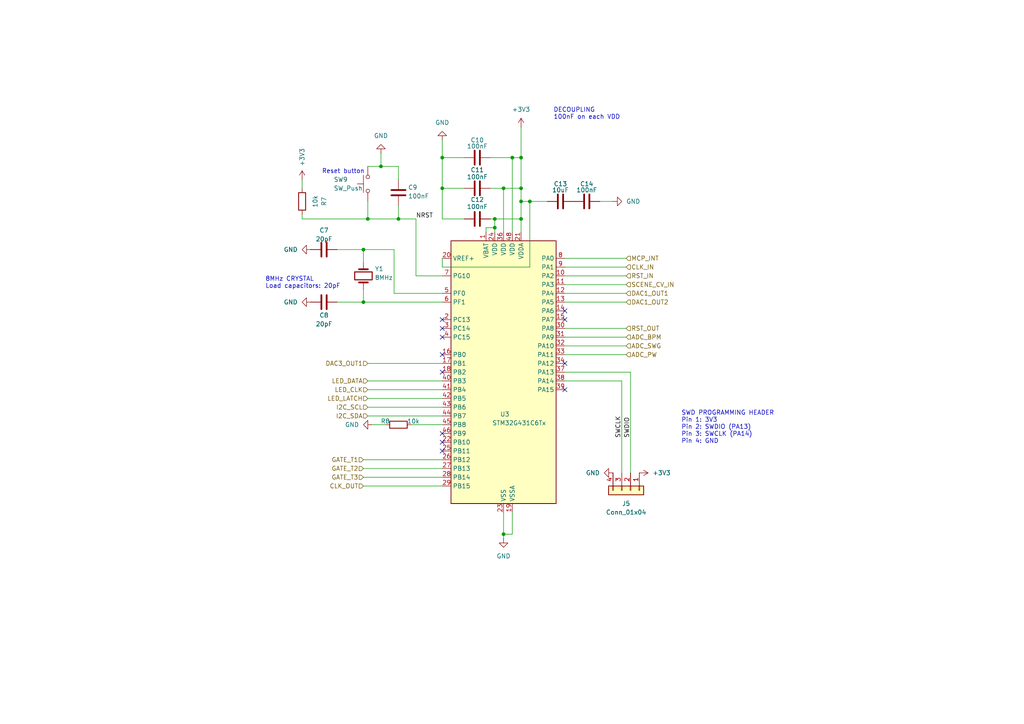
<source format=kicad_sch>
(kicad_sch (version 20250114) (generator "eeschema") (generator_version "9.0")
  (paper "A4")
  (title_block (title "SENGBARD - MCU") (date "2025-01-26") (rev "0.1") (comment 1 "STM32F103C8T6 Microcontroller") (comment 2 "Crystal, Reset, Programming Header"))
  (lib_symbols
    (symbol "+3V3_1" (power) (pin_numbers (hide yes)) (pin_names (offset 0) (hide yes))
      (property "Value" "+3V3" (at 0 3.556 0))
      (symbol "+3V3_1_0_1"
        (polyline (pts (xy -0.762 1.27) (xy 0 2.54)))
        (polyline (pts (xy 0 2.54) (xy 0.762 1.27)))
        (polyline (pts (xy 0 0) (xy 0 2.54)))
      )
      (symbol "+3V3_1_1_1"
        (pin power_in line (at 0 0 90) (length 0) (name "~") (number "1"))
      )
    )
    (symbol "C_1" (pin_numbers (hide yes)) (pin_names (offset 0.254))
      (property "Reference" "C" (at 0.635 2.54 0))
      (property "Value" "C" (at 0.635 -2.54 0))
      (symbol "C_1_0_1"
        (polyline (pts (xy -2.032 0.762) (xy 2.032 0.762)) (stroke (width 0.508)))
        (polyline (pts (xy -2.032 -0.762) (xy 2.032 -0.762)) (stroke (width 0.508)))
      )
      (symbol "C_1_1_1"
        (pin passive line (at 0 3.81 270) (length 2.794) (name "~") (number "1"))
        (pin passive line (at 0 -3.81 90) (length 2.794) (name "~") (number "2"))
      )
    )
    (symbol "C_2" (pin_numbers (hide yes)) (pin_names (offset 0.254))
      (property "Reference" "C" (at 0.635 2.54 0))
      (property "Value" "C" (at 0.635 -2.54 0))
      (symbol "C_2_0_1"
        (polyline (pts (xy -2.032 0.762) (xy 2.032 0.762)) (stroke (width 0.508)))
        (polyline (pts (xy -2.032 -0.762) (xy 2.032 -0.762)) (stroke (width 0.508)))
      )
      (symbol "C_2_1_1"
        (pin passive line (at 0 3.81 270) (length 2.794) (name "~") (number "1"))
        (pin passive line (at 0 -3.81 90) (length 2.794) (name "~") (number "2"))
      )
    )
    (symbol "C_3" (pin_numbers (hide yes)) (pin_names (offset 0.254))
      (property "Reference" "C" (at 0.635 2.54 0))
      (property "Value" "C" (at 0.635 -2.54 0))
      (symbol "C_3_0_1"
        (polyline (pts (xy -2.032 0.762) (xy 2.032 0.762)) (stroke (width 0.508)))
        (polyline (pts (xy -2.032 -0.762) (xy 2.032 -0.762)) (stroke (width 0.508)))
      )
      (symbol "C_3_1_1"
        (pin passive line (at 0 3.81 270) (length 2.794) (name "~") (number "1"))
        (pin passive line (at 0 -3.81 90) (length 2.794) (name "~") (number "2"))
      )
    )
    (symbol "Connector_Generic:Conn_01x04" (pin_names (offset 1.016) (hide yes))
      (property "Reference" "J" (at 0 5.08 0))
      (property "Value" "Conn_01x04" (at 0 -7.62 0))
      (symbol "Conn_01x04_1_1"
        (rectangle (start -1.27 3.81) (end 1.27 -6.35) (stroke (width 0.254)) (fill (type background)))
        (rectangle (start -1.27 2.667) (end 0 2.413) (stroke (width 0.1524)))
        (rectangle (start -1.27 0.127) (end 0 -0.127) (stroke (width 0.1524)))
        (rectangle (start -1.27 -2.413) (end 0 -2.667) (stroke (width 0.1524)))
        (rectangle (start -1.27 -4.953) (end 0 -5.207) (stroke (width 0.1524)))
        (pin passive line (at -5.08 2.54 0) (length 3.81) (name "Pin_1") (number "1"))
        (pin passive line (at -5.08 0 0) (length 3.81) (name "Pin_2") (number "2"))
        (pin passive line (at -5.08 -2.54 0) (length 3.81) (name "Pin_3") (number "3"))
        (pin passive line (at -5.08 -5.08 0) (length 3.81) (name "Pin_4") (number "4"))
      )
    )
    (symbol "Crystal_1" (pin_numbers (hide yes)) (pin_names (offset 1.016) (hide yes))
      (property "Reference" "Y" (at 0 3.81 0))
      (property "Value" "Crystal" (at 0 -3.81 0))
      (symbol "Crystal_1_0_1"
        (polyline (pts (xy -2.54 0) (xy -1.905 0)))
        (polyline (pts (xy -1.905 -1.27) (xy -1.905 1.27)) (stroke (width 0.508)))
        (rectangle (start -1.143 2.54) (end 1.143 -2.54) (stroke (width 0.3048)))
        (polyline (pts (xy 1.905 -1.27) (xy 1.905 1.27)) (stroke (width 0.508)))
        (polyline (pts (xy 2.54 0) (xy 1.905 0)))
      )
      (symbol "Crystal_1_1_1"
        (pin passive line (at -3.81 0 0) (length 1.27) (name "1") (number "1"))
        (pin passive line (at 3.81 0 180) (length 1.27) (name "2") (number "2"))
      )
    )
    (symbol "Device:R" (pin_numbers (hide yes)) (pin_names (offset 0))
      (property "Reference" "R" (at 2.032 0 90))
      (property "Value" "R" (at 0 0 90))
      (symbol "R_0_1"
        (rectangle (start -1.016 -2.54) (end 1.016 2.54) (stroke (width 0.254)))
      )
      (symbol "R_1_1"
        (pin passive line (at 0 3.81 270) (length 1.27) (name "~") (number "1"))
        (pin passive line (at 0 -3.81 90) (length 1.27) (name "~") (number "2"))
      )
    )
    (symbol "GND_1" (power) (pin_numbers (hide yes)) (pin_names (offset 0) (hide yes))
      (property "Value" "GND" (at 0 -3.81 0))
      (symbol "GND_1_0_1"
        (polyline (pts (xy 0 0) (xy 0 -1.27) (xy 1.27 -1.27) (xy 0 -2.54) (xy -1.27 -1.27) (xy 0 -1.27)))
      )
      (symbol "GND_1_1_1"
        (pin power_in line (at 0 0 270) (length 0) (name "~") (number "1"))
      )
    )
    (symbol "GND_2" (power) (pin_numbers (hide yes)) (pin_names (offset 0) (hide yes))
      (property "Value" "GND" (at 0 -3.81 0))
      (symbol "GND_2_0_1"
        (polyline (pts (xy 0 0) (xy 0 -1.27) (xy 1.27 -1.27) (xy 0 -2.54) (xy -1.27 -1.27) (xy 0 -1.27)))
      )
      (symbol "GND_2_1_1"
        (pin power_in line (at 0 0 270) (length 0) (name "~") (number "1"))
      )
    )
    (symbol "GND_3" (power) (pin_numbers (hide yes)) (pin_names (offset 0) (hide yes))
      (property "Value" "GND" (at 0 -3.81 0))
      (symbol "GND_3_0_1"
        (polyline (pts (xy 0 0) (xy 0 -1.27) (xy 1.27 -1.27) (xy 0 -2.54) (xy -1.27 -1.27) (xy 0 -1.27)))
      )
      (symbol "GND_3_1_1"
        (pin power_in line (at 0 0 270) (length 0) (name "~") (number "1"))
      )
    )
    (symbol "GND_4" (power) (pin_numbers (hide yes)) (pin_names (offset 0) (hide yes))
      (property "Value" "GND" (at 0 -3.81 0))
      (symbol "GND_4_0_1"
        (polyline (pts (xy 0 0) (xy 0 -1.27) (xy 1.27 -1.27) (xy 0 -2.54) (xy -1.27 -1.27) (xy 0 -1.27)))
      )
      (symbol "GND_4_1_1"
        (pin power_in line (at 0 0 270) (length 0) (name "~") (number "1"))
      )
    )
    (symbol "GND_6" (power) (pin_numbers (hide yes)) (pin_names (offset 0) (hide yes))
      (property "Value" "GND" (at 0 -3.81 0))
      (symbol "GND_6_0_1"
        (polyline (pts (xy 0 0) (xy 0 -1.27) (xy 1.27 -1.27) (xy 0 -2.54) (xy -1.27 -1.27) (xy 0 -1.27)))
      )
      (symbol "GND_6_1_1"
        (pin power_in line (at 0 0 270) (length 0) (name "~") (number "1"))
      )
    )
    (symbol "MCU_ST_STM32G4:STM32G431C6Tx"
      (property "Reference" "U" (at -15.24 39.37 0))
      (property "Value" "STM32G431C6Tx" (at 7.62 39.37 0))
      (symbol "STM32G431C6Tx_0_1"
        (rectangle (start -15.24 -38.1) (end 15.24 38.1) (stroke (width 0.254)) (fill (type background)))
      )
      (symbol "STM32G431C6Tx_1_1"
        (pin input line (at -17.78 33.02 0) (length 2.54) (name "VREF+") (number "20"))
        (pin bidirectional line (at -17.78 27.94 0) (length 2.54) (name "PG10") (number "7"))
        (pin bidirectional line (at -17.78 22.86 0) (length 2.54) (name "PF0") (number "5"))
        (pin bidirectional line (at -17.78 20.32 0) (length 2.54) (name "PF1") (number "6"))
        (pin bidirectional line (at -17.78 15.24 0) (length 2.54) (name "PC13") (number "2"))
        (pin bidirectional line (at -17.78 12.7 0) (length 2.54) (name "PC14") (number "3"))
        (pin bidirectional line (at -17.78 10.16 0) (length 2.54) (name "PC15") (number "4"))
        (pin bidirectional line (at -17.78 5.08 0) (length 2.54) (name "PB0") (number "16"))
        (pin bidirectional line (at -17.78 2.54 0) (length 2.54) (name "PB1") (number "17"))
        (pin bidirectional line (at -17.78 0 0) (length 2.54) (name "PB2") (number "18"))
        (pin bidirectional line (at -17.78 -2.54 0) (length 2.54) (name "PB3") (number "40"))
        (pin bidirectional line (at -17.78 -5.08 0) (length 2.54) (name "PB4") (number "41"))
        (pin bidirectional line (at -17.78 -7.62 0) (length 2.54) (name "PB5") (number "42"))
        (pin bidirectional line (at -17.78 -10.16 0) (length 2.54) (name "PB6") (number "43"))
        (pin bidirectional line (at -17.78 -12.7 0) (length 2.54) (name "PB7") (number "44"))
        (pin bidirectional line (at -17.78 -15.24 0) (length 2.54) (name "PB8") (number "45"))
        (pin bidirectional line (at -17.78 -17.78 0) (length 2.54) (name "PB9") (number "46"))
        (pin bidirectional line (at -17.78 -20.32 0) (length 2.54) (name "PB10") (number "22"))
        (pin bidirectional line (at -17.78 -22.86 0) (length 2.54) (name "PB11") (number "25"))
        (pin bidirectional line (at -17.78 -25.4 0) (length 2.54) (name "PB12") (number "26"))
        (pin bidirectional line (at -17.78 -27.94 0) (length 2.54) (name "PB13") (number "27"))
        (pin bidirectional line (at -17.78 -30.48 0) (length 2.54) (name "PB14") (number "28"))
        (pin bidirectional line (at -17.78 -33.02 0) (length 2.54) (name "PB15") (number "29"))
        (pin power_in line (at -5.08 40.64 270) (length 2.54) (name "VBAT") (number "1"))
        (pin power_in line (at -2.54 40.64 270) (length 2.54) (name "VDD") (number "24"))
        (pin power_in line (at 0 40.64 270) (length 2.54) (name "VDD") (number "36"))
        (pin power_in line (at 0 -40.64 90) (length 2.54) (name "VSS") (number "23"))
        (pin passive line (at 0 -40.64 90) (length 2.54) (hide yes) (name "VSS") (number "35"))
        (pin passive line (at 0 -40.64 90) (length 2.54) (hide yes) (name "VSS") (number "47"))
        (pin power_in line (at 2.54 40.64 270) (length 2.54) (name "VDD") (number "48"))
        (pin power_in line (at 2.54 -40.64 90) (length 2.54) (name "VSSA") (number "19"))
        (pin power_in line (at 5.08 40.64 270) (length 2.54) (name "VDDA") (number "21"))
        (pin bidirectional line (at 17.78 33.02 180) (length 2.54) (name "PA0") (number "8"))
        (pin bidirectional line (at 17.78 30.48 180) (length 2.54) (name "PA1") (number "9"))
        (pin bidirectional line (at 17.78 27.94 180) (length 2.54) (name "PA2") (number "10"))
        (pin bidirectional line (at 17.78 25.4 180) (length 2.54) (name "PA3") (number "11"))
        (pin bidirectional line (at 17.78 22.86 180) (length 2.54) (name "PA4") (number "12"))
        (pin bidirectional line (at 17.78 20.32 180) (length 2.54) (name "PA5") (number "13"))
        (pin bidirectional line (at 17.78 17.78 180) (length 2.54) (name "PA6") (number "14"))
        (pin bidirectional line (at 17.78 15.24 180) (length 2.54) (name "PA7") (number "15"))
        (pin bidirectional line (at 17.78 12.7 180) (length 2.54) (name "PA8") (number "30"))
        (pin bidirectional line (at 17.78 10.16 180) (length 2.54) (name "PA9") (number "31"))
        (pin bidirectional line (at 17.78 7.62 180) (length 2.54) (name "PA10") (number "32"))
        (pin bidirectional line (at 17.78 5.08 180) (length 2.54) (name "PA11") (number "33"))
        (pin bidirectional line (at 17.78 2.54 180) (length 2.54) (name "PA12") (number "34"))
        (pin bidirectional line (at 17.78 0 180) (length 2.54) (name "PA13") (number "37"))
        (pin bidirectional line (at 17.78 -2.54 180) (length 2.54) (name "PA14") (number "38"))
        (pin bidirectional line (at 17.78 -5.08 180) (length 2.54) (name "PA15") (number "39"))
      )
    )
    (symbol "Switch:SW_Push" (pin_numbers (hide yes)) (pin_names (offset 1.016) (hide yes))
      (property "Reference" "SW" (at 1.27 2.54 0))
      (property "Value" "SW_Push" (at 0 -1.524 0))
      (symbol "SW_Push_0_1"
        (circle (center -2.032 0) (radius 0.508))
        (polyline (pts (xy 0 1.27) (xy 0 3.048)))
        (circle (center 2.032 0) (radius 0.508))
        (polyline (pts (xy 2.54 1.27) (xy -2.54 1.27)))
        (pin passive line (at -5.08 0 0) (length 2.54) (name "1") (number "1"))
        (pin passive line (at 5.08 0 180) (length 2.54) (name "2") (number "2"))
      )
    )
    (symbol "power:+3V3" (power) (pin_numbers (hide yes)) (pin_names (offset 0) (hide yes))
      (property "Value" "+3V3" (at 0 3.556 0))
      (symbol "+3V3_0_1"
        (polyline (pts (xy -0.762 1.27) (xy 0 2.54)))
        (polyline (pts (xy 0 2.54) (xy 0.762 1.27)))
        (polyline (pts (xy 0 0) (xy 0 2.54)))
      )
      (symbol "+3V3_1_1"
        (pin power_in line (at 0 0 90) (length 0) (name "~") (number "1"))
      )
    )
    (symbol "power:GND" (power) (pin_numbers (hide yes)) (pin_names (offset 0) (hide yes))
      (property "Value" "GND" (at 0 -3.81 0))
      (symbol "GND_0_1"
        (polyline (pts (xy 0 0) (xy 0 -1.27) (xy 1.27 -1.27) (xy 0 -2.54) (xy -1.27 -1.27) (xy 0 -1.27)))
      )
      (symbol "GND_1_1"
        (pin power_in line (at 0 0 270) (length 0) (name "~") (number "1"))
      )
    )
  )
  (text "Reset button" (at 99.568 49.784 0) (effects (font (size 1.27 1.27))))
  (text "SWD PROGRAMMING HEADER\nPin 1: 3V3\nPin 2: SWDIO (PA13)\nPin 3: SWCLK (PA14)\nPin 4: GND" (at 197.612 123.952 0) (effects (font (size 1.27 1.27)) (justify left)))
  (text "DECOUPLING\n100nF on each VDD" (at 160.528 33.02 0) (effects (font (size 1.27 1.27)) (justify left)))
  (text "8MHz CRYSTAL\nLoad capacitors: 20pF" (at 76.962 82.042 0) (effects (font (size 1.27 1.27)) (justify left)))
  (junction (at 128.27 45.72))
  (junction (at 128.27 54.61))
  (junction (at 151.13 54.61))
  (junction (at 115.57 63.5))
  (junction (at 110.49 48.26))
  (junction (at 151.13 58.42))
  (junction (at 106.68 63.5))
  (junction (at 148.59 45.72))
  (junction (at 105.41 72.39))
  (junction (at 105.41 87.63))
  (junction (at 146.05 54.61))
  (junction (at 151.13 63.5))
  (junction (at 143.51 66.04))
  (junction (at 151.13 45.72))
  (junction (at 143.51 63.5))
  (junction (at 146.05 154.94))
  (junction (at 153.67 58.42))
  (no_connect (at 128.27 95.25))
  (no_connect (at 128.27 128.27))
  (no_connect (at 163.83 113.03))
  (no_connect (at 163.83 92.71))
  (no_connect (at 163.83 105.41))
  (no_connect (at 128.27 97.79))
  (no_connect (at 128.27 102.87))
  (no_connect (at 163.83 90.17))
  (no_connect (at 128.27 125.73))
  (no_connect (at 128.27 130.81))
  (no_connect (at 128.27 107.95))
  (no_connect (at 128.27 92.71))
  (wire (pts (xy 87.63 62.23) (xy 87.63 63.5)))
  (wire (pts (xy 143.51 63.5) (xy 151.13 63.5)))
  (wire (pts (xy 143.51 63.5) (xy 143.51 66.04)))
  (wire (pts (xy 182.88 107.95) (xy 163.83 107.95)))
  (wire (pts (xy 110.49 48.26) (xy 115.57 48.26)))
  (wire (pts (xy 151.13 36.83) (xy 151.13 45.72)))
  (wire (pts (xy 106.68 120.65) (xy 128.27 120.65)))
  (wire (pts (xy 153.67 58.42) (xy 158.75 58.42)))
  (wire (pts (xy 106.68 115.57) (xy 128.27 115.57)))
  (wire (pts (xy 115.57 63.5) (xy 115.57 59.69)))
  (wire (pts (xy 146.05 67.31) (xy 146.05 54.61)))
  (wire (pts (xy 128.27 77.47) (xy 153.67 77.47)))
  (wire (pts (xy 148.59 148.59) (xy 148.59 154.94)))
  (wire (pts (xy 106.68 113.03) (xy 128.27 113.03)))
  (wire (pts (xy 148.59 45.72) (xy 151.13 45.72)))
  (wire (pts (xy 110.49 48.26) (xy 110.49 44.45)))
  (wire (pts (xy 146.05 54.61) (xy 151.13 54.61)))
  (wire (pts (xy 105.41 140.97) (xy 128.27 140.97)))
  (wire (pts (xy 142.24 63.5) (xy 143.51 63.5)))
  (wire (pts (xy 163.83 102.87) (xy 181.61 102.87)))
  (wire (pts (xy 148.59 45.72) (xy 142.24 45.72)))
  (wire (pts (xy 163.83 97.79) (xy 181.61 97.79)))
  (wire (pts (xy 105.41 135.89) (xy 128.27 135.89)))
  (wire (pts (xy 106.68 58.42) (xy 106.68 63.5)))
  (wire (pts (xy 140.97 67.31) (xy 140.97 66.04)))
  (wire (pts (xy 105.41 72.39) (xy 114.3 72.39)))
  (wire (pts (xy 163.83 77.47) (xy 181.61 77.47)))
  (wire (pts (xy 153.67 77.47) (xy 153.67 58.42)))
  (wire (pts (xy 128.27 54.61) (xy 134.62 54.61)))
  (wire (pts (xy 114.3 72.39) (xy 114.3 85.09)))
  (wire (pts (xy 151.13 45.72) (xy 151.13 54.61)))
  (wire (pts (xy 97.79 87.63) (xy 105.41 87.63)))
  (wire (pts (xy 148.59 154.94) (xy 146.05 154.94)))
  (wire (pts (xy 119.38 123.19) (xy 128.27 123.19)))
  (wire (pts (xy 140.97 66.04) (xy 143.51 66.04)))
  (wire (pts (xy 105.41 83.82) (xy 105.41 87.63)))
  (wire (pts (xy 163.83 87.63) (xy 181.61 87.63)))
  (wire (pts (xy 106.68 63.5) (xy 115.57 63.5)))
  (wire (pts (xy 180.34 110.49) (xy 163.83 110.49)))
  (wire (pts (xy 146.05 154.94) (xy 146.05 156.21)))
  (wire (pts (xy 97.79 72.39) (xy 105.41 72.39)))
  (wire (pts (xy 148.59 67.31) (xy 148.59 45.72)))
  (wire (pts (xy 146.05 148.59) (xy 146.05 154.94)))
  (wire (pts (xy 106.68 110.49) (xy 128.27 110.49)))
  (wire (pts (xy 128.27 63.5) (xy 134.62 63.5)))
  (wire (pts (xy 105.41 72.39) (xy 105.41 76.2)))
  (wire (pts (xy 106.68 105.41) (xy 128.27 105.41)))
  (wire (pts (xy 151.13 63.5) (xy 151.13 67.31)))
  (wire (pts (xy 163.83 95.25) (xy 181.61 95.25)))
  (wire (pts (xy 115.57 48.26) (xy 115.57 52.07)))
  (wire (pts (xy 120.65 63.5) (xy 115.57 63.5)))
  (wire (pts (xy 128.27 118.11) (xy 106.68 118.11)))
  (wire (pts (xy 105.41 133.35) (xy 128.27 133.35)))
  (wire (pts (xy 163.83 100.33) (xy 181.61 100.33)))
  (wire (pts (xy 128.27 74.93) (xy 128.27 77.47)))
  (wire (pts (xy 105.41 87.63) (xy 128.27 87.63)))
  (wire (pts (xy 163.83 80.01) (xy 181.61 80.01)))
  (wire (pts (xy 143.51 66.04) (xy 143.51 67.31)))
  (wire (pts (xy 87.63 52.07) (xy 87.63 54.61)))
  (wire (pts (xy 163.83 74.93) (xy 181.61 74.93)))
  (wire (pts (xy 163.83 85.09) (xy 181.61 85.09)))
  (wire (pts (xy 128.27 80.01) (xy 120.65 80.01)))
  (wire (pts (xy 128.27 40.64) (xy 128.27 45.72)))
  (wire (pts (xy 128.27 45.72) (xy 128.27 54.61)))
  (wire (pts (xy 151.13 58.42) (xy 153.67 58.42)))
  (wire (pts (xy 151.13 58.42) (xy 151.13 63.5)))
  (wire (pts (xy 180.34 110.49) (xy 180.34 137.16)))
  (wire (pts (xy 120.65 63.5) (xy 120.65 80.01)))
  (wire (pts (xy 87.63 63.5) (xy 106.68 63.5)))
  (wire (pts (xy 106.68 48.26) (xy 110.49 48.26)))
  (wire (pts (xy 107.95 123.19) (xy 111.76 123.19)))
  (wire (pts (xy 114.3 85.09) (xy 128.27 85.09)))
  (wire (pts (xy 151.13 54.61) (xy 151.13 58.42)))
  (wire (pts (xy 163.83 82.55) (xy 181.61 82.55)))
  (wire (pts (xy 173.99 58.42) (xy 177.8 58.42)))
  (wire (pts (xy 105.41 138.43) (xy 128.27 138.43)))
  (wire (pts (xy 142.24 54.61) (xy 146.05 54.61)))
  (wire (pts (xy 128.27 54.61) (xy 128.27 63.5)))
  (wire (pts (xy 134.62 45.72) (xy 128.27 45.72)))
  (wire (pts (xy 182.88 107.95) (xy 182.88 137.16)))
  (label "NRST" (at 120.65 63.5 0))
  (label "SWCLK" (at 180.34 127 90))
  (label "SWDIO" (at 182.88 127 90))
  (hierarchical_label "CLK_OUT" (shape input) (at 105.41 140.97 180))
  (hierarchical_label "RST_IN" (shape input) (at 181.61 80.01 0))
  (hierarchical_label "LED_LATCH" (shape input) (at 106.68 115.57 180))
  (hierarchical_label "DAC1_OUT1" (shape input) (at 181.61 85.09 0))
  (hierarchical_label "CLK_IN" (shape input) (at 181.61 77.47 0))
  (hierarchical_label "DAC1_OUT2" (shape input) (at 181.61 87.63 0))
  (hierarchical_label "I2C_SDA" (shape input) (at 106.68 120.65 180))
  (hierarchical_label "LED_CLK" (shape input) (at 106.68 113.03 180))
  (hierarchical_label "I2C_SCL" (shape input) (at 106.68 118.11 180))
  (hierarchical_label "MCP_INT" (shape input) (at 181.61 74.93 0))
  (hierarchical_label "LED_DATA" (shape input) (at 106.68 110.49 180))
  (hierarchical_label "GATE_T3" (shape input) (at 105.41 138.43 180))
  (hierarchical_label "DAC3_OUT1" (shape input) (at 106.68 105.41 180))
  (hierarchical_label "ADC_BPM" (shape input) (at 181.61 97.79 0))
  (hierarchical_label "ADC_SWG" (shape input) (at 181.61 100.33 0))
  (hierarchical_label "ADC_PW" (shape input) (at 181.61 102.87 0))
  (hierarchical_label "RST_OUT" (shape input) (at 181.61 95.25 0))
  (hierarchical_label "GATE_T1" (shape input) (at 105.41 133.35 180))
  (hierarchical_label "SCENE_CV_IN" (shape input) (at 181.61 82.55 0))
  (hierarchical_label "GATE_T2" (shape input) (at 105.41 135.89 180))
  (symbol (lib_name "C_2") (lib_id "Device:C") (at 115.57 55.88 0) (unit 1)
    (property "Reference" "C9" (at 118.364 54.356 0) (effects (justify left)))
    (property "Value" "100nF" (at 118.364 56.896 0) (effects (justify left)))
    (property "Description" "Unpolarized capacitor" (effects (hide yes)))
  )
  (symbol (lib_id "power:+3V3") (at 151.13 36.83 0) (unit 1)
    (property "Reference" "#PWR070" (effects (hide yes)))
    (property "Value" "+3V3" (at 151.13 31.75 0))
    (property "Description" "Power symbol creates a global label with name \"+3V3\"" (effects (hide yes)))
  )
  (symbol (lib_name "+3V3_1") (lib_id "power:+3V3") (at 87.63 52.07 0) (unit 1)
    (property "Reference" "#PWR0130" (effects (hide yes)))
    (property "Value" "+3V3" (at 87.6301 48.26 90) (effects (justify left)))
    (property "Description" "Power symbol creates a global label with name \"+3V3\"" (effects (hide yes)))
  )
  (symbol (lib_name "GND_1") (lib_id "power:GND") (at 128.27 40.64 180) (unit 1)
    (property "Reference" "#PWR0133" (effects (hide yes)))
    (property "Value" "GND" (at 128.27 35.56 0))
    (property "Description" "Power symbol creates a global label with name \"GND\" , ground" (effects (hide yes)))
  )
  (symbol (lib_name "GND_1") (lib_id "power:GND") (at 177.8 58.42 90) (unit 1)
    (property "Reference" "#PWR0132" (effects (hide yes)))
    (property "Value" "GND" (at 181.61 58.4199 90) (effects (justify right)))
    (property "Description" "Power symbol creates a global label with name \"GND\" , ground" (effects (hide yes)))
  )
  (symbol (lib_id "power:+3V3") (at 185.42 137.16 270) (unit 1)
    (property "Reference" "#PWR055" (effects (hide yes)))
    (property "Value" "+3V3" (at 189.23 137.1599 90) (effects (justify left)))
    (property "Description" "Power symbol creates a global label with name \"+3V3\"" (effects (hide yes)))
  )
  (symbol (lib_id "Connector_Generic:Conn_01x04") (at 182.88 142.24 270) (unit 1)
    (property "Reference" "J5" (at 181.61 146.05 90))
    (property "Value" "Conn_01x04" (at 181.61 148.59 90))
    (property "Footprint" "Connector_JST:JST_PH_B4B-PH-K_1x04_P2.00mm_Vertical" (effects (hide yes)))
    (property "Description" "Generic connector, single row, 01x04, script generated (kicad-library-utils/schlib/autogen/connector/)" (effects (hide yes)))
  )
  (symbol (lib_name "C_1") (lib_id "Device:C") (at 162.56 58.42 90) (unit 1)
    (property "Reference" "C13" (at 162.56 53.34 90))
    (property "Value" "10uF" (at 162.56 55.118 90))
    (property "Description" "Unpolarized capacitor" (effects (hide yes)))
  )
  (symbol (lib_name "C_1") (lib_id "Device:C") (at 170.18 58.42 90) (unit 1)
    (property "Reference" "C14" (at 170.18 53.34 90))
    (property "Value" "100nF" (at 170.18 55.118 90))
    (property "Description" "Unpolarized capacitor" (effects (hide yes)))
  )
  (symbol (lib_id "MCU_ST_STM32G4:STM32G431C6Tx") (at 146.05 107.95 0) (unit 1)
    (property "Reference" "U3" (at 145.034 120.142 0) (effects (justify left)))
    (property "Value" "STM32G431C6Tx" (at 142.748 122.682 0) (effects (justify left)))
    (property "Footprint" "Package_QFP:LQFP-48_7x7mm_P0.5mm" (effects (hide yes)))
    (property "Datasheet" "https://www.st.com/resource/en/datasheet/stm32g431c6.pdf" (effects (hide yes)))
    (property "Description" "STMicroelectronics Arm Cortex-M4 MCU, 32KB flash, 32KB RAM, 170 MHz, 1.71-3.6V, 38 GPIO, LQFP48" (effects (hide yes)))
  )
  (symbol (lib_name "C_1") (lib_id "Device:C") (at 138.43 63.5 90) (unit 1)
    (property "Reference" "C12" (at 138.43 57.912 90))
    (property "Value" "100nF" (at 138.43 59.944 90))
    (property "Description" "Unpolarized capacitor" (effects (hide yes)))
  )
  (symbol (lib_id "power:GND") (at 177.8 137.16 270) (unit 1)
    (property "Reference" "#PWR01" (effects (hide yes)))
    (property "Value" "GND" (at 173.99 137.1599 90) (effects (justify right)))
    (property "Description" "Power symbol creates a global label with name \"GND\" , ground" (effects (hide yes)))
  )
  (symbol (lib_id "Device:R") (at 115.57 123.19 90) (unit 1)
    (property "Reference" "R8" (at 111.76 122.174 90))
    (property "Value" "10k" (at 119.888 122.174 90))
    (property "Footprint" "Resistor_SMD:R_0201_0603Metric_Pad0.64x0.40mm_HandSolder" (effects (hide yes)))
    (property "Description" "Resistor" (effects (hide yes)))
  )
  (symbol (lib_name "GND_6") (lib_id "power:GND") (at 90.17 72.39 270) (unit 1)
    (property "Reference" "#PWR065" (effects (hide yes)))
    (property "Value" "GND" (at 86.36 72.3899 90) (effects (justify right)))
    (property "Description" "Power symbol creates a global label with name \"GND\" , ground" (effects (hide yes)))
  )
  (symbol (lib_name "C_3") (lib_id "Device:C") (at 93.98 72.39 90) (unit 1)
    (property "Reference" "C7" (at 93.98 66.802 90))
    (property "Value" "20pF" (at 93.98 69.342 90))
    (property "Description" "Unpolarized capacitor" (effects (hide yes)))
  )
  (symbol (lib_name "GND_6") (lib_id "power:GND") (at 90.17 87.63 270) (unit 1)
    (property "Reference" "#PWR066" (effects (hide yes)))
    (property "Value" "GND" (at 86.36 87.6299 90) (effects (justify right)))
    (property "Description" "Power symbol creates a global label with name \"GND\" , ground" (effects (hide yes)))
  )
  (symbol (lib_name "GND_3") (lib_id "power:GND") (at 110.49 44.45 180) (unit 1)
    (property "Reference" "#PWR0131" (effects (hide yes)))
    (property "Value" "GND" (at 110.49 39.37 0))
    (property "Description" "Power symbol creates a global label with name \"GND\" , ground" (effects (hide yes)))
  )
  (symbol (lib_name "C_1") (lib_id "Device:C") (at 138.43 54.61 90) (unit 1)
    (property "Reference" "C11" (at 138.43 49.276 90))
    (property "Value" "100nF" (at 138.43 51.308 90))
    (property "Description" "Unpolarized capacitor" (effects (hide yes)))
  )
  (symbol (lib_id "Switch:SW_Push") (at 106.68 53.34 90) (unit 1)
    (property "Reference" "SW9" (at 96.774 52.07 90) (effects (justify right)))
    (property "Value" "SW_Push" (at 96.774 54.61 90) (effects (justify right)))
    (property "Footprint" "Button_Switch_THT:SW_PUSH_1P1T_6x3.5mm_H5.0_APEM_MJTP1250" (effects (hide yes)))
    (property "Description" "Push button switch, generic, two pins" (effects (hide yes)))
  )
  (symbol (lib_name "GND_4") (lib_id "power:GND") (at 107.95 123.19 270) (unit 1)
    (property "Reference" "#PWR0127" (effects (hide yes)))
    (property "Value" "GND" (at 104.14 123.1899 90) (effects (justify right)))
    (property "Description" "Power symbol creates a global label with name \"GND\" , ground" (effects (hide yes)))
  )
  (symbol (lib_name "C_1") (lib_id "Device:C") (at 138.43 45.72 90) (unit 1)
    (property "Reference" "C10" (at 138.43 40.64 90))
    (property "Value" "100nF" (at 138.43 42.418 90))
    (property "Description" "Unpolarized capacitor" (effects (hide yes)))
  )
  (symbol (lib_id "Device:R") (at 87.63 58.42 0) (unit 1)
    (property "Reference" "R7" (at 93.98 58.42 90))
    (property "Value" "10k" (at 91.44 58.42 90))
    (property "Footprint" "Resistor_SMD:R_0201_0603Metric_Pad0.64x0.40mm_HandSolder" (effects (hide yes)))
    (property "Description" "Resistor" (effects (hide yes)))
  )
  (symbol (lib_name "Crystal_1") (lib_id "Device:Crystal") (at 105.41 80.01 90) (unit 1)
    (property "Reference" "Y1" (at 108.712 77.978 90) (effects (justify right)))
    (property "Value" "8MHz" (at 108.712 80.518 90) (effects (justify right)))
    (property "Footprint" "Crystal:Crystal_HC49-4H_Vertical" (effects (hide yes)))
    (property "Description" "Two pin crystal" (effects (hide yes)))
  )
  (symbol (lib_name "GND_2") (lib_id "power:GND") (at 146.05 156.21 0) (unit 1)
    (property "Reference" "#PWR0107" (effects (hide yes)))
    (property "Value" "GND" (at 146.05 161.29 0))
    (property "Description" "Power symbol creates a global label with name \"GND\" , ground" (effects (hide yes)))
  )
  (symbol (lib_name "C_3") (lib_id "Device:C") (at 93.98 87.63 90) (unit 1)
    (property "Reference" "C8" (at 93.98 91.44 90))
    (property "Value" "20pF" (at 93.98 93.98 90))
    (property "Description" "Unpolarized capacitor" (effects (hide yes)))
  )
)
</source>
